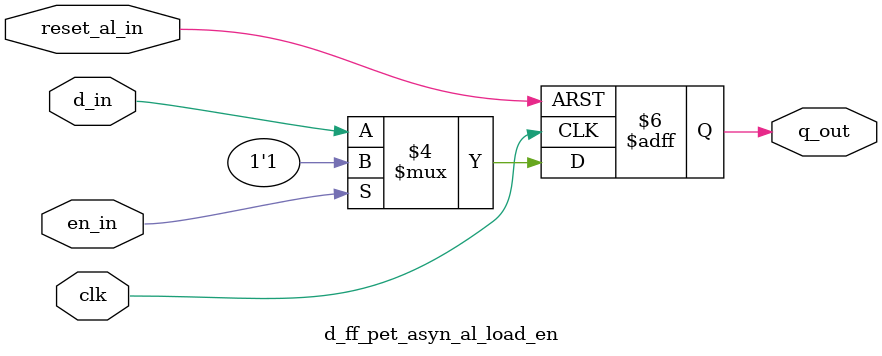
<source format=v>
module d_ff_pet_asyn_al_load_en_test(d_in, q_out, reset_al_in, en_in, clk);

input d_in;
input reset_al_in;
input clk;
input en_in;
output reg q_out;

always@(posedge clk, negedge reset_al_in)
begin
	if(~reset_al_in)
		q_out <= 1'b0;
	else if( ~en_in)
		q_out <= d_in;
end
endmodule

module d_ff_pet_asyn_al_load_en(d_in, q_out, reset_al_in, en_in, clk);

input d_in;
input reset_al_in;
input clk;
input en_in;
output reg q_out;

always@(posedge clk, negedge reset_al_in)
begin
	if(~reset_al_in)
		q_out <= 1'b0;
	else if( en_in)
		q_out <= 1'b1;
	else 
		q_out <= d_in;
end
endmodule
</source>
